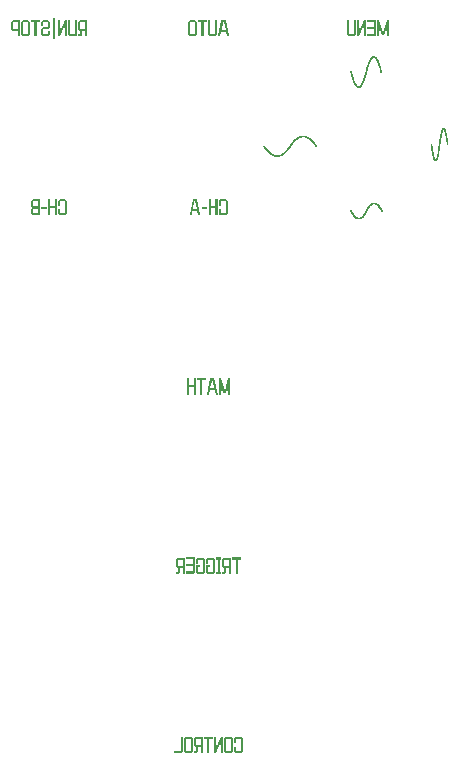
<source format=gbo>
G04*
G04 #@! TF.GenerationSoftware,Altium Limited,Altium Designer,22.0.2 (36)*
G04*
G04 Layer_Color=32896*
%FSLAX25Y25*%
%MOIN*%
G70*
G04*
G04 #@! TF.SameCoordinates,9B726C29-AE44-4639-9992-66E433AB5CB2*
G04*
G04*
G04 #@! TF.FilePolarity,Positive*
G04*
G01*
G75*
%ADD13C,0.00080*%
%ADD14C,0.00076*%
%ADD15C,0.00065*%
%ADD16C,0.00077*%
G36*
X45383Y-69374D02*
X44703D01*
Y-65456D01*
X42992Y-69374D01*
X42361D01*
Y-64016D01*
X43041D01*
Y-67811D01*
X44691Y-64016D01*
X45383D01*
Y-69374D01*
D02*
G37*
G36*
X48739Y-68818D02*
X48195Y-69368D01*
X46323D01*
X45785Y-68818D01*
Y-64004D01*
X46465D01*
Y-68688D01*
X48059D01*
Y-64004D01*
X48739D01*
Y-68818D01*
D02*
G37*
G36*
X52088Y-69368D02*
X51409D01*
Y-67409D01*
X50476D01*
Y-68830D01*
X49932Y-69374D01*
X49147D01*
Y-68694D01*
X49796D01*
Y-67409D01*
X49697D01*
X49147Y-66878D01*
Y-64572D01*
X49691Y-64022D01*
X52088D01*
Y-69368D01*
D02*
G37*
G36*
X36323Y-64696D02*
X35180D01*
Y-69368D01*
X34500D01*
Y-64696D01*
X33369D01*
Y-64016D01*
X36323D01*
Y-64696D01*
D02*
G37*
G36*
X39673Y-64443D02*
Y-66494D01*
X39129Y-67026D01*
X37399D01*
Y-68701D01*
X38993D01*
Y-67588D01*
X39673D01*
Y-68830D01*
X39129Y-69380D01*
X37257D01*
X36719Y-68830D01*
Y-66896D01*
X37257Y-66352D01*
X38993D01*
Y-64572D01*
X37399D01*
Y-65759D01*
X36719D01*
Y-64443D01*
X37257Y-63893D01*
X39141D01*
X39673Y-64443D01*
D02*
G37*
G36*
X32961Y-64554D02*
Y-68830D01*
X32418Y-69380D01*
X30545D01*
X30007Y-68830D01*
Y-64554D01*
X30545Y-64004D01*
X32430D01*
X32961Y-64554D01*
D02*
G37*
G36*
X29606Y-69387D02*
X28932D01*
Y-67551D01*
X27196D01*
X26652Y-67007D01*
Y-64578D01*
X27189Y-64029D01*
X29606D01*
Y-69387D01*
D02*
G37*
G36*
X41385Y-70079D02*
X40686D01*
Y-63281D01*
X41385D01*
Y-70079D01*
D02*
G37*
G36*
X42040Y-129047D02*
X41360D01*
Y-126507D01*
X39759D01*
Y-129047D01*
X39080D01*
Y-123677D01*
X39759D01*
Y-125827D01*
X41360D01*
Y-123677D01*
X42040D01*
Y-129047D01*
D02*
G37*
G36*
X38690Y-126828D02*
X36713D01*
Y-126118D01*
X38690D01*
Y-126828D01*
D02*
G37*
G36*
X45383Y-124239D02*
Y-128503D01*
X44839Y-129053D01*
X42979D01*
X42429Y-128503D01*
Y-127051D01*
X43109D01*
Y-128373D01*
X44703D01*
Y-124369D01*
X43109D01*
Y-125771D01*
X42429D01*
Y-124239D01*
X42979Y-123689D01*
X44839D01*
X45383Y-124239D01*
D02*
G37*
G36*
X36305Y-129053D02*
X33895D01*
X33357Y-128503D01*
Y-126736D01*
X33697Y-126402D01*
X33357Y-126056D01*
Y-124239D01*
X33895Y-123695D01*
X36305D01*
Y-129053D01*
D02*
G37*
G36*
X97383Y-308100D02*
X96703D01*
Y-304182D01*
X94992Y-308100D01*
X94361D01*
Y-302742D01*
X95041D01*
Y-306537D01*
X96691Y-302742D01*
X97383D01*
Y-308100D01*
D02*
G37*
G36*
X104095Y-303292D02*
Y-307556D01*
X103551Y-308106D01*
X101691D01*
X101141Y-307556D01*
Y-306104D01*
X101821D01*
Y-307427D01*
X103415D01*
Y-303422D01*
X101821D01*
Y-304825D01*
X101141D01*
Y-303292D01*
X101691Y-302742D01*
X103551D01*
X104095Y-303292D01*
D02*
G37*
G36*
X93960Y-303422D02*
X92816D01*
Y-308094D01*
X92137D01*
Y-303422D01*
X91006D01*
Y-302742D01*
X93960D01*
Y-303422D01*
D02*
G37*
G36*
X90598Y-308094D02*
X89918D01*
Y-306135D01*
X88985D01*
Y-307556D01*
X88441Y-308100D01*
X87656D01*
Y-307420D01*
X88305D01*
Y-306135D01*
X88206D01*
X87656Y-305603D01*
Y-303298D01*
X88200Y-302748D01*
X90598D01*
Y-308094D01*
D02*
G37*
G36*
X100739Y-303280D02*
Y-307556D01*
X100195Y-308106D01*
X98323D01*
X97785Y-307556D01*
Y-303280D01*
X98323Y-302730D01*
X100208D01*
X100739Y-303280D01*
D02*
G37*
G36*
X87248D02*
Y-307556D01*
X86704Y-308106D01*
X84832D01*
X84294Y-307556D01*
Y-303280D01*
X84832Y-302730D01*
X86717D01*
X87248Y-303280D01*
D02*
G37*
G36*
X83886Y-307556D02*
X83349Y-308106D01*
X80945D01*
Y-307427D01*
X83206D01*
Y-302742D01*
X83886D01*
Y-307556D01*
D02*
G37*
G36*
X145054Y-69365D02*
X144375D01*
Y-65447D01*
X142663Y-69365D01*
X142032D01*
Y-64007D01*
X142712D01*
Y-67801D01*
X144362Y-64007D01*
X145054D01*
Y-69365D01*
D02*
G37*
G36*
X152668Y-69359D02*
X151995D01*
Y-66108D01*
X151111Y-68895D01*
X150301D01*
X149485Y-66127D01*
Y-69359D01*
X148812D01*
Y-64013D01*
X149498D01*
X150715Y-68123D01*
X151995Y-64013D01*
X152668D01*
Y-69359D01*
D02*
G37*
G36*
X141624Y-68809D02*
X141081Y-69359D01*
X139208D01*
X138670Y-68809D01*
Y-63994D01*
X139350D01*
Y-68679D01*
X140945D01*
Y-63994D01*
X141624D01*
Y-68809D01*
D02*
G37*
G36*
X148410Y-68803D02*
X147872Y-69353D01*
X145462D01*
Y-68673D01*
X147737D01*
Y-66949D01*
X145462D01*
Y-66269D01*
X147737D01*
Y-64674D01*
X145462D01*
Y-63994D01*
X148410D01*
Y-68803D01*
D02*
G37*
G36*
X95338Y-68806D02*
X94794Y-69356D01*
X92921D01*
X92384Y-68806D01*
Y-63991D01*
X93063D01*
Y-68676D01*
X94658D01*
Y-63991D01*
X95338D01*
Y-68806D01*
D02*
G37*
G36*
X91988Y-64684D02*
X90845D01*
Y-69356D01*
X90165D01*
Y-64684D01*
X89034D01*
Y-64004D01*
X91988D01*
Y-64684D01*
D02*
G37*
G36*
X99367Y-69362D02*
X98669D01*
X98378Y-67934D01*
X96716D01*
X96425Y-69362D01*
X95733D01*
X96821Y-64010D01*
X98298D01*
X99367Y-69362D01*
D02*
G37*
G36*
X88626Y-64542D02*
Y-68818D01*
X88082Y-69368D01*
X86210D01*
X85672Y-68818D01*
Y-64542D01*
X86210Y-63991D01*
X88095D01*
X88626Y-64542D01*
D02*
G37*
G36*
X94596Y-243613D02*
Y-247884D01*
X94059Y-248421D01*
X92186D01*
X91648Y-247871D01*
Y-245671D01*
X93094D01*
Y-246351D01*
X92322D01*
Y-247742D01*
X93916D01*
Y-243743D01*
X92322D01*
Y-245072D01*
X91648D01*
Y-243613D01*
X92186Y-243063D01*
X94059D01*
X94596Y-243613D01*
D02*
G37*
G36*
X91240D02*
Y-247884D01*
X90703Y-248421D01*
X88830D01*
X88293Y-247871D01*
Y-245671D01*
X89739D01*
Y-246351D01*
X88966D01*
Y-247742D01*
X90561D01*
Y-243743D01*
X88966D01*
Y-245072D01*
X88293D01*
Y-243613D01*
X88830Y-243063D01*
X90703D01*
X91240Y-243613D01*
D02*
G37*
G36*
X87891Y-247853D02*
X87353Y-248403D01*
X84943D01*
Y-247723D01*
X87217D01*
Y-245999D01*
X84943D01*
Y-245319D01*
X87217D01*
Y-243724D01*
X84943D01*
Y-243045D01*
X87891D01*
Y-247853D01*
D02*
G37*
G36*
X103446Y-243737D02*
X102303D01*
Y-248409D01*
X101623D01*
Y-243737D01*
X100492D01*
Y-243057D01*
X103446D01*
Y-243737D01*
D02*
G37*
G36*
X100084Y-248409D02*
X99404D01*
Y-246450D01*
X98471D01*
Y-247871D01*
X97927Y-248415D01*
X97142D01*
Y-247735D01*
X97791D01*
Y-246450D01*
X97692D01*
X97142Y-245918D01*
Y-243613D01*
X97686Y-243063D01*
X100084D01*
Y-248409D01*
D02*
G37*
G36*
X84535D02*
X83855D01*
Y-246450D01*
X82922D01*
Y-247871D01*
X82378Y-248415D01*
X81593D01*
Y-247735D01*
X82242D01*
Y-246450D01*
X82143D01*
X81593Y-245918D01*
Y-243613D01*
X82137Y-243063D01*
X84535D01*
Y-248409D01*
D02*
G37*
G36*
X96734Y-243737D02*
X96215D01*
Y-247742D01*
X96734D01*
Y-248421D01*
X95004D01*
Y-247742D01*
X95535D01*
Y-243737D01*
X95004D01*
Y-243057D01*
X96734D01*
Y-243737D01*
D02*
G37*
G36*
X88197Y-188736D02*
X87517D01*
Y-186196D01*
X85916D01*
Y-188736D01*
X85237D01*
Y-183366D01*
X85916D01*
Y-185516D01*
X87517D01*
Y-183366D01*
X88197D01*
Y-188736D01*
D02*
G37*
G36*
X99803Y-188730D02*
X99129D01*
Y-185479D01*
X98246Y-188267D01*
X97436D01*
X96620Y-185498D01*
Y-188730D01*
X95947D01*
Y-183384D01*
X96632D01*
X97850Y-187494D01*
X99129Y-183384D01*
X99803D01*
Y-188730D01*
D02*
G37*
G36*
X91546Y-184058D02*
X90403D01*
Y-188730D01*
X89723D01*
Y-184058D01*
X88592D01*
Y-183378D01*
X91546D01*
Y-184058D01*
D02*
G37*
G36*
X95569Y-188736D02*
X94871D01*
X94581Y-187309D01*
X92918D01*
X92628Y-188736D01*
X91936D01*
X93023Y-183384D01*
X94500D01*
X95569Y-188736D01*
D02*
G37*
G36*
X95517Y-129045D02*
X94837D01*
Y-126505D01*
X93237D01*
Y-129045D01*
X92557D01*
Y-123675D01*
X93237D01*
Y-125825D01*
X94837D01*
Y-123675D01*
X95517D01*
Y-129045D01*
D02*
G37*
G36*
X92167Y-126826D02*
X90190D01*
Y-126116D01*
X92167D01*
Y-126826D01*
D02*
G37*
G36*
X98860Y-124237D02*
Y-128501D01*
X98317Y-129051D01*
X96456D01*
X95906Y-128501D01*
Y-127049D01*
X96586D01*
Y-128371D01*
X98181D01*
Y-124367D01*
X96586D01*
Y-125770D01*
X95906D01*
Y-124237D01*
X96456Y-123687D01*
X98317D01*
X98860Y-124237D01*
D02*
G37*
G36*
X89813Y-129045D02*
X89114D01*
X88824Y-127617D01*
X87162D01*
X86871Y-129045D01*
X86179D01*
X87267Y-123693D01*
X88744D01*
X89813Y-129045D01*
D02*
G37*
%LPC*%
G36*
X51409Y-64702D02*
X49827D01*
Y-66735D01*
X51409D01*
Y-64702D01*
D02*
G37*
G36*
X32282Y-64684D02*
X30687D01*
Y-68701D01*
X32282D01*
Y-64684D01*
D02*
G37*
G36*
X28926Y-64708D02*
X27325D01*
X27332Y-66871D01*
X28926D01*
Y-64708D01*
D02*
G37*
G36*
X35625Y-124375D02*
X34031D01*
X34037Y-126056D01*
X35625D01*
Y-124375D01*
D02*
G37*
G36*
Y-126736D02*
X34031D01*
Y-128373D01*
X35625D01*
Y-126736D01*
D02*
G37*
G36*
X89918Y-303428D02*
X88336D01*
Y-305461D01*
X89918D01*
Y-303428D01*
D02*
G37*
G36*
X100059Y-303410D02*
X98465D01*
Y-307427D01*
X100059D01*
Y-303410D01*
D02*
G37*
G36*
X86568D02*
X84974D01*
Y-307427D01*
X86568D01*
Y-303410D01*
D02*
G37*
G36*
X97729Y-64690D02*
X97390D01*
X96858Y-67261D01*
X98242D01*
X97729Y-64690D01*
D02*
G37*
G36*
X87946Y-64671D02*
X86352D01*
Y-68688D01*
X87946D01*
Y-64671D01*
D02*
G37*
G36*
X99404Y-243743D02*
X97822D01*
Y-245776D01*
X99404D01*
Y-243743D01*
D02*
G37*
G36*
X83855D02*
X82273D01*
Y-245776D01*
X83855D01*
Y-243743D01*
D02*
G37*
G36*
X93932Y-184064D02*
X93592D01*
X93060Y-186635D01*
X94445D01*
X93932Y-184064D01*
D02*
G37*
G36*
X88175Y-124373D02*
X87835D01*
X87304Y-126944D01*
X88688D01*
X88175Y-124373D01*
D02*
G37*
%LPD*%
D13*
X170850Y-100128D02*
X171090D01*
X170770Y-100048D02*
X171090D01*
X170529Y-99888D02*
X170930D01*
X170449Y-99968D02*
X171010D01*
X170369Y-100048D02*
X170689D01*
X170369Y-100128D02*
X170609D01*
X170930Y-100209D02*
X171171D01*
X170289D02*
X170529D01*
X170289Y-100289D02*
X170529D01*
X170930D02*
X171171D01*
X170208Y-100369D02*
X170449D01*
X171010D02*
X171251D01*
X170208Y-100449D02*
X170449D01*
X171010D02*
X171251D01*
X170128Y-100530D02*
X170369D01*
X171090D02*
X171331D01*
X170128Y-100610D02*
X170369D01*
X171090D02*
X171331D01*
X171090Y-100690D02*
X171331D01*
X170128D02*
X170369D01*
X170048Y-100770D02*
X170289D01*
X171171D02*
X171411D01*
X171171Y-100850D02*
X171411D01*
X171171Y-100931D02*
X171411D01*
X171251Y-101011D02*
X171411D01*
X171251Y-101091D02*
X171492D01*
X171251Y-101171D02*
X171492D01*
X171251Y-101251D02*
X171492D01*
X171331Y-101332D02*
X171492D01*
X171331Y-101412D02*
X171572D01*
X171331Y-101492D02*
X171572D01*
X171331Y-101572D02*
X171572D01*
X171411Y-101652D02*
X171572D01*
X171411Y-101733D02*
X171652D01*
X171411Y-101813D02*
X171652D01*
X171411Y-101893D02*
X171652D01*
X171411Y-101973D02*
X171652D01*
X171492Y-102053D02*
X171652D01*
X171492Y-102134D02*
X171732D01*
X171492Y-102214D02*
X171732D01*
X171492Y-102294D02*
X171732D01*
X171492Y-102374D02*
X171732D01*
X171572Y-102454D02*
X171732D01*
X171572Y-102535D02*
X171732D01*
X171572Y-102615D02*
X171812D01*
X171572Y-102695D02*
X171812D01*
X171572Y-102775D02*
X171812D01*
X171572Y-102856D02*
X171812D01*
X171652Y-102936D02*
X171812D01*
X171652Y-103016D02*
X171812D01*
X171652Y-103096D02*
X171893D01*
X171652Y-103176D02*
X171893D01*
X171652Y-103256D02*
X171893D01*
X171652Y-103337D02*
X171893D01*
X170048Y-100850D02*
X170289D01*
X170048Y-100931D02*
X170289D01*
X170048Y-101011D02*
X170208D01*
X169968Y-101091D02*
X170208D01*
X169968Y-101171D02*
X170208D01*
X169968Y-101251D02*
X170208D01*
X169968Y-101332D02*
X170128D01*
X169887Y-101412D02*
X170128D01*
X169887Y-101492D02*
X170128D01*
X169887Y-101572D02*
X170128D01*
X169887Y-101652D02*
X170048D01*
X169807Y-101733D02*
X170048D01*
X169807Y-101813D02*
X170048D01*
X169807Y-101893D02*
X170048D01*
X169807Y-101973D02*
X170048D01*
X169807Y-102053D02*
X169968D01*
X169727Y-102134D02*
X169968D01*
X169727Y-102214D02*
X169968D01*
X169727Y-102294D02*
X169968D01*
X169727Y-102374D02*
X169968D01*
X169727Y-102454D02*
X169887D01*
X169727Y-102535D02*
X169887D01*
X169647Y-102615D02*
X169887D01*
X169647Y-102695D02*
X169887D01*
X169647Y-102775D02*
X169887D01*
X169647Y-102856D02*
X169887D01*
X169647Y-102936D02*
X169807D01*
X169647Y-103016D02*
X169807D01*
X169567Y-103096D02*
X169807D01*
X169567Y-103176D02*
X169807D01*
X169567Y-103256D02*
X169807D01*
X169567Y-103337D02*
X169807D01*
X171893Y-104460D02*
X172053D01*
X171893Y-104540D02*
X172053D01*
X171893Y-104620D02*
X172053D01*
X171812Y-104139D02*
X172053D01*
X171812Y-104219D02*
X172053D01*
X171812Y-104299D02*
X172053D01*
X171812Y-104379D02*
X172053D01*
X171812Y-104059D02*
X171973D01*
X171812Y-103898D02*
X171973D01*
X171812Y-103978D02*
X171973D01*
X171732Y-103738D02*
X171973D01*
X171732Y-103818D02*
X171973D01*
X171732Y-103577D02*
X171973D01*
X171732Y-103657D02*
X171973D01*
X171732Y-103417D02*
X171893D01*
X171732Y-103497D02*
X171893D01*
X169567Y-103417D02*
X169727D01*
X169567Y-103497D02*
X169727D01*
X169486Y-103738D02*
X169727D01*
X169486Y-103577D02*
X169727D01*
X169486Y-103657D02*
X169727D01*
X169486Y-103818D02*
X169727D01*
X169486Y-104059D02*
X169647D01*
X169486Y-103978D02*
X169647D01*
X169486Y-103898D02*
X169647D01*
X169406Y-104139D02*
X169647D01*
X169406Y-104219D02*
X169647D01*
X169406Y-104299D02*
X169647D01*
X169406Y-104379D02*
X169647D01*
X169406Y-104460D02*
X169567D01*
X169406Y-104540D02*
X169567D01*
X169406Y-104620D02*
X169567D01*
X171973Y-105262D02*
X172133D01*
X171973Y-105101D02*
X172133D01*
X171973Y-105181D02*
X172133D01*
X171973Y-105342D02*
X172133D01*
X171893Y-104700D02*
X172133D01*
X171893Y-104780D02*
X172133D01*
X171893Y-104861D02*
X172133D01*
X171893Y-104941D02*
X172133D01*
X171893Y-105021D02*
X172133D01*
X169326Y-104700D02*
X169567D01*
X169326Y-104780D02*
X169567D01*
X169326Y-104861D02*
X169567D01*
X169326Y-104941D02*
X169567D01*
X169326Y-105021D02*
X169567D01*
X169326Y-105262D02*
X169486D01*
X169326Y-105181D02*
X169486D01*
X169326Y-105101D02*
X169486D01*
X169246Y-105342D02*
X169486D01*
X169246Y-105422D02*
X169486D01*
X169246Y-105663D02*
X169486D01*
X169246Y-105582D02*
X169486D01*
X169246Y-105502D02*
X169486D01*
X169246Y-105903D02*
X169406D01*
X169246Y-105743D02*
X169406D01*
X169246Y-105823D02*
X169406D01*
X169166Y-106064D02*
X169406D01*
X169166Y-106144D02*
X169406D01*
X169166Y-106224D02*
X169406D01*
X169166Y-105983D02*
X169406D01*
X169166Y-106385D02*
X169326D01*
X169166Y-106465D02*
X169326D01*
X169166Y-106304D02*
X169326D01*
X169085Y-106705D02*
X169326D01*
X169085Y-106625D02*
X169326D01*
X169085Y-106545D02*
X169326D01*
X169085Y-106786D02*
X169326D01*
X169085Y-106866D02*
X169246D01*
X169085Y-106946D02*
X169246D01*
X169005Y-107026D02*
X169246D01*
X166840Y-106866D02*
X167080D01*
X166840Y-106946D02*
X167080D01*
X166840Y-107026D02*
X167080D01*
X166840Y-106705D02*
X167000D01*
X166840Y-106786D02*
X167000D01*
X166759Y-106545D02*
X167000D01*
X166759Y-106625D02*
X167000D01*
X166759Y-106465D02*
X167000D01*
X166759Y-106304D02*
X167000D01*
X166759Y-106385D02*
X167000D01*
X166759Y-106144D02*
X166920D01*
X166759Y-106064D02*
X166920D01*
X166759Y-106224D02*
X166920D01*
X166679Y-105823D02*
X166920D01*
X166679Y-105743D02*
X166920D01*
X166679Y-105903D02*
X166920D01*
X166679Y-105983D02*
X166920D01*
X166679Y-105663D02*
X166840D01*
X166679Y-105502D02*
X166840D01*
X166679Y-105582D02*
X166840D01*
X166679Y-105181D02*
X166759D01*
X166599Y-105422D02*
X166840D01*
X166599Y-105342D02*
X166840D01*
X166599Y-105262D02*
X166840D01*
X169005Y-107106D02*
X169246D01*
X169005Y-107187D02*
X169246D01*
X169005Y-107267D02*
X169246D01*
X169005Y-107347D02*
X169246D01*
X169005Y-107427D02*
X169166D01*
X169005Y-107507D02*
X169166D01*
X168925Y-107588D02*
X169166D01*
X168925Y-107668D02*
X169166D01*
X168925Y-107748D02*
X169166D01*
X168925Y-107828D02*
X169166D01*
X168925Y-107908D02*
X169085D01*
X168925Y-107989D02*
X169085D01*
X168845Y-108069D02*
X169085D01*
X168845Y-108149D02*
X169085D01*
X168845Y-108229D02*
X169085D01*
X168845Y-108309D02*
X169005D01*
X167080D02*
X167321D01*
X167080Y-108149D02*
X167241D01*
X167080Y-108229D02*
X167241D01*
X167000Y-107908D02*
X167241D01*
X167000Y-107989D02*
X167241D01*
X167000Y-108069D02*
X167241D01*
X167000Y-107748D02*
X167160D01*
X167000Y-107828D02*
X167160D01*
X166920Y-107427D02*
X167160D01*
X166920Y-107507D02*
X167160D01*
X166920Y-107588D02*
X167160D01*
X166920Y-107668D02*
X167160D01*
X166920Y-107187D02*
X167080D01*
X166920Y-107267D02*
X167080D01*
X166920Y-107347D02*
X167080D01*
X166840Y-107106D02*
X167080D01*
X168845Y-108390D02*
X169005D01*
X168764Y-108711D02*
X169005D01*
X168764Y-108470D02*
X169005D01*
X168764Y-108550D02*
X169005D01*
X168764Y-108630D02*
X169005D01*
X168764Y-108791D02*
X168925D01*
X168684Y-109031D02*
X168925D01*
X168684Y-108951D02*
X168925D01*
X168684Y-108871D02*
X168925D01*
X168684Y-109111D02*
X168845D01*
X168604Y-109272D02*
X168845D01*
X168604Y-109192D02*
X168845D01*
X168604Y-109352D02*
X168845D01*
X168604Y-109432D02*
X168764D01*
X168524Y-109513D02*
X168764D01*
X168524Y-109593D02*
X168764D01*
X167321Y-109432D02*
X167561D01*
X167321Y-109513D02*
X167561D01*
X167321Y-109593D02*
X167561D01*
X167321Y-109352D02*
X167481D01*
X167241Y-109192D02*
X167481D01*
X167241Y-109272D02*
X167481D01*
X167241Y-109111D02*
X167481D01*
X167241Y-109031D02*
X167401D01*
X167160Y-108951D02*
X167401D01*
X167160Y-108711D02*
X167401D01*
X167160Y-108791D02*
X167401D01*
X167160Y-108871D02*
X167401D01*
X167160Y-108630D02*
X167321D01*
X167080Y-108470D02*
X167321D01*
X167080Y-108390D02*
X167321D01*
X167080Y-108550D02*
X167321D01*
X168524Y-109673D02*
X168764D01*
X168444Y-109753D02*
X168684D01*
X168444Y-109833D02*
X168684D01*
X168444Y-109914D02*
X168684D01*
X168363Y-109994D02*
X168604D01*
X168363Y-110074D02*
X168604D01*
X168363Y-110154D02*
X168604D01*
X168283Y-110234D02*
X168524D01*
X168203Y-110315D02*
X168524D01*
X168203Y-110395D02*
X168444D01*
X168123Y-110475D02*
X168444D01*
X167722Y-110555D02*
X168363D01*
X167963Y-110716D02*
X168123D01*
X167802Y-110635D02*
X168283D01*
X167722Y-110475D02*
X167963D01*
X167642Y-110395D02*
X167963D01*
X167642Y-110315D02*
X167882D01*
X167561Y-110154D02*
X167802D01*
X167561Y-110234D02*
X167802D01*
X167481Y-109914D02*
X167722D01*
X167481Y-109994D02*
X167722D01*
X167481Y-110074D02*
X167722D01*
X167401Y-109673D02*
X167642D01*
X167401Y-109753D02*
X167642D01*
X167401Y-109833D02*
X167642D01*
D14*
X149842Y-81005D02*
X150069D01*
X149842Y-81080D02*
X150069D01*
X149917Y-81156D02*
X149993D01*
X149842Y-80929D02*
X149993D01*
X149766Y-80702D02*
X149993D01*
X149766Y-80778D02*
X149993D01*
X149766Y-80853D02*
X149993D01*
X149766Y-80626D02*
X149917D01*
X149690Y-80399D02*
X149917D01*
X149690Y-80475D02*
X149917D01*
X149690Y-80551D02*
X149917D01*
X149615Y-80324D02*
X149842D01*
X149615Y-80172D02*
X149842D01*
X149615Y-80248D02*
X149842D01*
X149615Y-80097D02*
X149766D01*
X149539Y-79870D02*
X149766D01*
X148707Y-77525D02*
X148934D01*
X148783Y-77676D02*
X149010D01*
X148783Y-77752D02*
X149010D01*
X148783Y-77827D02*
X149085D01*
X148858Y-77903D02*
X149085D01*
X148858Y-77978D02*
X149085D01*
X148934Y-78054D02*
X149161D01*
X148934Y-78130D02*
X149161D01*
X148934Y-78206D02*
X149161D01*
X149010Y-78281D02*
X149236D01*
X149010Y-78357D02*
X149236D01*
X149085Y-78432D02*
X149312D01*
X149085Y-78508D02*
X149312D01*
X149085Y-78584D02*
X149312D01*
X149161Y-78659D02*
X149388D01*
X149161Y-78735D02*
X149388D01*
X149161Y-78811D02*
X149388D01*
X149236Y-78886D02*
X149463D01*
X149236Y-78962D02*
X149463D01*
X149236Y-79038D02*
X149463D01*
X149312Y-79113D02*
X149539D01*
X149312Y-79189D02*
X149539D01*
X149312Y-79265D02*
X149539D01*
X149388Y-79340D02*
X149615D01*
X149388Y-79416D02*
X149615D01*
X149388Y-79492D02*
X149615D01*
X149463Y-79567D02*
X149615D01*
X149463Y-79643D02*
X149690D01*
X149463Y-79719D02*
X149690D01*
X149539Y-79794D02*
X149690D01*
X149539Y-79945D02*
X149766D01*
X149539Y-80021D02*
X149766D01*
X148480Y-77071D02*
X148707D01*
X148480Y-77146D02*
X148707D01*
X148404Y-76995D02*
X148631D01*
X148329Y-76919D02*
X148631D01*
X148329Y-76844D02*
X148556D01*
X148253Y-76768D02*
X148556D01*
X148177Y-76692D02*
X148480D01*
X148177Y-76617D02*
X148404D01*
X148102Y-76541D02*
X148329D01*
X148026Y-76465D02*
X148329D01*
X147950Y-76390D02*
X148253D01*
X147875Y-76314D02*
X148177D01*
X147723Y-76239D02*
X148102D01*
X147572Y-76163D02*
X148026D01*
X147118Y-76012D02*
X147723D01*
X146967Y-76087D02*
X147875D01*
X146891Y-76163D02*
X147269D01*
X146740Y-76239D02*
X147118D01*
X146664Y-76314D02*
X147043D01*
X146664Y-76390D02*
X146967D01*
X146589Y-76465D02*
X146891D01*
X146513Y-76541D02*
X146816D01*
X146437Y-76617D02*
X146740D01*
X146362Y-76692D02*
X146664D01*
X146362Y-76768D02*
X146589D01*
X146286Y-76844D02*
X146589D01*
X146286Y-76919D02*
X146513D01*
X146210Y-76995D02*
X146437D01*
X146135Y-77071D02*
X146437D01*
X146135Y-77146D02*
X146362D01*
X148707Y-77600D02*
X148934D01*
X148631Y-77373D02*
X148858D01*
X148631Y-77449D02*
X148858D01*
X148556Y-77222D02*
X148783D01*
X148556Y-77298D02*
X148783D01*
X146059Y-77222D02*
X146362D01*
X146059Y-77298D02*
X146286D01*
X145984Y-77373D02*
X146286D01*
X145984Y-77449D02*
X146210D01*
X145984Y-77525D02*
X146210D01*
X145908Y-77600D02*
X146135D01*
X145908Y-77676D02*
X146135D01*
X145832Y-77827D02*
X146059D01*
X145832Y-77752D02*
X146059D01*
X145756Y-77978D02*
X145984D01*
X145756Y-78054D02*
X145984D01*
X145756Y-77903D02*
X145984D01*
X145681Y-78206D02*
X145908D01*
X145681Y-78130D02*
X145908D01*
X145605Y-78281D02*
X145832D01*
X145605Y-78357D02*
X145832D01*
X145605Y-78432D02*
X145832D01*
X145530Y-78659D02*
X145756D01*
X145530Y-78584D02*
X145756D01*
X145530Y-78508D02*
X145756D01*
X145454Y-78811D02*
X145681D01*
X145454Y-78886D02*
X145681D01*
X145454Y-78735D02*
X145681D01*
X145378Y-79038D02*
X145605D01*
X145378Y-79113D02*
X145605D01*
X145378Y-78962D02*
X145605D01*
X145303Y-79189D02*
X145530D01*
X145303Y-79265D02*
X145530D01*
X145303Y-79340D02*
X145530D01*
X145303Y-79416D02*
X145454D01*
X145227Y-79567D02*
X145454D01*
X145227Y-79492D02*
X145454D01*
X145227Y-79643D02*
X145378D01*
X145151Y-79794D02*
X145378D01*
X145151Y-79870D02*
X145378D01*
X145151Y-79719D02*
X145378D01*
X145076Y-80097D02*
X145303D01*
X145076Y-79945D02*
X145303D01*
X145076Y-80021D02*
X145303D01*
X145076Y-80172D02*
X145227D01*
X145000Y-80248D02*
X145227D01*
X145000Y-80324D02*
X145227D01*
X145000Y-80399D02*
X145227D01*
X145000Y-80475D02*
X145151D01*
X144924Y-80702D02*
X145151D01*
X144924Y-80551D02*
X145151D01*
X144924Y-80626D02*
X145151D01*
X144849Y-80778D02*
X145076D01*
X144849Y-80853D02*
X145076D01*
X144849Y-80929D02*
X145076D01*
X144849Y-81005D02*
X145076D01*
X144773Y-81080D02*
X145000D01*
X139780D02*
X140007D01*
X139780Y-81005D02*
X139931D01*
X144773Y-81156D02*
X145000D01*
X144773Y-81231D02*
X145000D01*
X144773Y-81307D02*
X145000D01*
X144697Y-81458D02*
X144924D01*
X144697Y-81383D02*
X144924D01*
X144697Y-81534D02*
X144924D01*
X144697Y-81610D02*
X144849D01*
X144622Y-81685D02*
X144849D01*
X144622Y-81761D02*
X144849D01*
X144622Y-81837D02*
X144849D01*
X144622Y-81912D02*
X144773D01*
X144546Y-81988D02*
X144773D01*
X144546Y-82064D02*
X144773D01*
X144546Y-82139D02*
X144773D01*
X144471Y-82215D02*
X144697D01*
X144471Y-82291D02*
X144697D01*
X140083Y-82215D02*
X140310D01*
X140083Y-82291D02*
X140310D01*
X140007Y-81988D02*
X140234D01*
X140007Y-82064D02*
X140234D01*
X140007Y-82139D02*
X140234D01*
X140007Y-81912D02*
X140158D01*
X139931Y-81685D02*
X140158D01*
X139931Y-81761D02*
X140158D01*
X139931Y-81837D02*
X140158D01*
X139931Y-81610D02*
X140083D01*
X139856Y-81534D02*
X140083D01*
X139856Y-81383D02*
X140083D01*
X139856Y-81458D02*
X140083D01*
X139856Y-81307D02*
X140007D01*
X139780Y-81156D02*
X140007D01*
X139780Y-81231D02*
X140007D01*
X144471Y-82366D02*
X144697D01*
X144471Y-82442D02*
X144622D01*
X144395Y-82517D02*
X144622D01*
X144395Y-82593D02*
X144622D01*
X144395Y-82669D02*
X144622D01*
X144319Y-82820D02*
X144546D01*
X144319Y-82896D02*
X144546D01*
X144319Y-82744D02*
X144546D01*
X144244Y-82971D02*
X144471D01*
X144244Y-83047D02*
X144471D01*
X144244Y-83123D02*
X144471D01*
X144168Y-83274D02*
X144395D01*
X144168Y-83198D02*
X144395D01*
X144168Y-83350D02*
X144395D01*
X144092Y-83425D02*
X144319D01*
X144092Y-83501D02*
X144319D01*
X144092Y-83577D02*
X144319D01*
X144017Y-83652D02*
X144244D01*
X144017Y-83728D02*
X144244D01*
X144017Y-83804D02*
X144244D01*
X143941Y-83879D02*
X144168D01*
X143941Y-83955D02*
X144168D01*
X143941Y-84030D02*
X144168D01*
X143865Y-84106D02*
X144092D01*
X143865Y-84182D02*
X144092D01*
X143790Y-84258D02*
X144017D01*
X143790Y-84333D02*
X144017D01*
X143714Y-84409D02*
X144017D01*
X143714Y-84484D02*
X143941D01*
X143714Y-84560D02*
X143941D01*
X143638Y-84636D02*
X143865D01*
X143638Y-84711D02*
X143865D01*
X143563Y-84787D02*
X143790D01*
X143563Y-84863D02*
X143790D01*
X143487Y-84938D02*
X143714D01*
X143487Y-85014D02*
X143714D01*
X143411Y-85090D02*
X143638D01*
X143336Y-85165D02*
X143638D01*
X143336Y-85241D02*
X143563D01*
X143260Y-85317D02*
X143563D01*
X143260Y-85392D02*
X143487D01*
X143184Y-85468D02*
X143411D01*
X143109Y-85544D02*
X143411D01*
X143033Y-85619D02*
X143336D01*
X142957Y-85695D02*
X143260D01*
X142882Y-85770D02*
X143184D01*
X142806Y-85846D02*
X143109D01*
X142730Y-85922D02*
X143033D01*
X142579Y-85997D02*
X142957D01*
X142277Y-86224D02*
X142504D01*
X141898Y-86073D02*
X142882D01*
X142050Y-86149D02*
X142730D01*
X141823Y-85997D02*
X142201D01*
X141747Y-85922D02*
X142050D01*
X141671Y-85846D02*
X141974D01*
X141596Y-85770D02*
X141898D01*
X141520Y-85695D02*
X141823D01*
X141445Y-85619D02*
X141747D01*
X141369Y-85544D02*
X141671D01*
X141369Y-85468D02*
X141596D01*
X141293Y-85392D02*
X141520D01*
X141218Y-85317D02*
X141520D01*
X141218Y-85241D02*
X141445D01*
X141142Y-85165D02*
X141445D01*
X140915Y-84636D02*
X141142D01*
X140915Y-84711D02*
X141142D01*
X140839Y-84484D02*
X141066D01*
X140839Y-84560D02*
X141066D01*
X140764Y-84409D02*
X141066D01*
X140764Y-84258D02*
X140991D01*
X140764Y-84333D02*
X140991D01*
X140688Y-84106D02*
X140915D01*
X140688Y-84182D02*
X140915D01*
X140612Y-83879D02*
X140839D01*
X140612Y-83955D02*
X140839D01*
X140612Y-84030D02*
X140839D01*
X140537Y-83652D02*
X140764D01*
X140537Y-83728D02*
X140764D01*
X140537Y-83804D02*
X140764D01*
X140461Y-83425D02*
X140688D01*
X140461Y-83501D02*
X140688D01*
X140461Y-83577D02*
X140688D01*
X140385Y-83198D02*
X140612D01*
X140385Y-83274D02*
X140612D01*
X140385Y-83350D02*
X140612D01*
X140310Y-83047D02*
X140537D01*
X140310Y-83123D02*
X140537D01*
X140310Y-82971D02*
X140537D01*
X140234Y-82896D02*
X140461D01*
X140234Y-82820D02*
X140461D01*
X140234Y-82744D02*
X140461D01*
X140158Y-82669D02*
X140385D01*
X140158Y-82593D02*
X140385D01*
X140158Y-82517D02*
X140385D01*
X140158Y-82442D02*
X140310D01*
X140083Y-82366D02*
X140310D01*
X141142Y-85090D02*
X141369D01*
X141066Y-84938D02*
X141293D01*
X141066Y-85014D02*
X141293D01*
X140991Y-84787D02*
X141218D01*
X140991Y-84863D02*
X141218D01*
D15*
X125993Y-103399D02*
X126320D01*
X125928Y-103334D02*
X126189D01*
X125798Y-103269D02*
X126124D01*
X125667Y-103203D02*
X126059D01*
X125602Y-103138D02*
X125928D01*
X125471Y-103073D02*
X125863D01*
X125341Y-103007D02*
X125732D01*
X125210Y-102942D02*
X125602D01*
X125080Y-102877D02*
X125537D01*
X124884Y-102812D02*
X125406D01*
X124688Y-102746D02*
X125210D01*
X124361Y-102681D02*
X125080D01*
X123252Y-102551D02*
X124623D01*
X123709Y-102485D02*
X124166D01*
X122991Y-102616D02*
X124884D01*
X122795Y-102681D02*
X123513D01*
X122664Y-102746D02*
X123186D01*
X122468Y-102812D02*
X122991D01*
X122338Y-102877D02*
X122795D01*
X122273Y-102942D02*
X122664D01*
X122142Y-103007D02*
X122534D01*
X122011Y-103073D02*
X122403D01*
X121946Y-103138D02*
X122273D01*
X121816Y-103203D02*
X122207D01*
X121750Y-103269D02*
X122077D01*
X121685Y-103334D02*
X122011D01*
X121554Y-103399D02*
X121881D01*
X127103Y-104444D02*
X127364D01*
X127038Y-104378D02*
X127299D01*
X126973Y-104313D02*
X127234D01*
X126907Y-104183D02*
X127169D01*
X126907Y-104248D02*
X127169D01*
X126842Y-104117D02*
X127103D01*
X126777Y-104052D02*
X127038D01*
X126711Y-103987D02*
X126973D01*
X126581Y-103921D02*
X126907D01*
X126516Y-103856D02*
X126842D01*
X126450Y-103791D02*
X126777D01*
X126385Y-103726D02*
X126711D01*
X126320Y-103660D02*
X126581D01*
X126255Y-103595D02*
X126516D01*
X126189Y-103530D02*
X126450D01*
X126059Y-103464D02*
X126385D01*
X121489D02*
X121816D01*
X121424Y-103530D02*
X121685D01*
X121359Y-103595D02*
X121620D01*
X121293Y-103660D02*
X121554D01*
X121163Y-103726D02*
X121489D01*
X121097Y-103791D02*
X121424D01*
X121032Y-103856D02*
X121359D01*
X120967Y-103921D02*
X121293D01*
X120902Y-103987D02*
X121163D01*
X120836Y-104052D02*
X121097D01*
X120771Y-104117D02*
X121032D01*
X120706Y-104183D02*
X121032D01*
X120706Y-104248D02*
X120967D01*
X120641Y-104313D02*
X120902D01*
X120575Y-104378D02*
X120836D01*
X120510Y-104444D02*
X120771D01*
X128213Y-105880D02*
X128343D01*
X128148Y-105749D02*
X128343D01*
X128148Y-105815D02*
X128343D01*
X128082Y-105684D02*
X128278D01*
X128017Y-105619D02*
X128278D01*
X128017Y-105553D02*
X128213D01*
X127952Y-105488D02*
X128148D01*
X127887Y-105423D02*
X128148D01*
X127821Y-105358D02*
X128082D01*
X127821Y-105292D02*
X128017D01*
X127756Y-105227D02*
X128017D01*
X127691Y-105162D02*
X127952D01*
X127625Y-105096D02*
X127887D01*
X127625Y-105031D02*
X127821D01*
X127560Y-104966D02*
X127821D01*
X127495Y-104901D02*
X127756D01*
X127430Y-104835D02*
X127691D01*
X127430Y-104770D02*
X127625D01*
X127364Y-104705D02*
X127560D01*
X127299Y-104640D02*
X127560D01*
X127234Y-104574D02*
X127495D01*
X127169Y-104509D02*
X127430D01*
X120445D02*
X120706D01*
X120379Y-104574D02*
X120641D01*
X120314Y-104640D02*
X120575D01*
X120314Y-104705D02*
X120510D01*
X120249Y-104770D02*
X120510D01*
X120184Y-104835D02*
X120445D01*
X120118Y-104901D02*
X120379D01*
X120053Y-104966D02*
X120314D01*
X120053Y-105031D02*
X120249D01*
X119988Y-105096D02*
X120249D01*
X119922Y-105162D02*
X120184D01*
X119857Y-105227D02*
X120118D01*
X119857Y-105292D02*
X120053D01*
X119792Y-105358D02*
X120053D01*
X119727Y-105423D02*
X119988D01*
X119727Y-105488D02*
X119922D01*
X119661Y-105553D02*
X119857D01*
X119596Y-105619D02*
X119857D01*
X119596Y-105684D02*
X119792D01*
X119531Y-105749D02*
X119727D01*
X119465Y-105815D02*
X119727D01*
X119465Y-105880D02*
X119661D01*
X119400Y-105945D02*
X119596D01*
X119335Y-106010D02*
X119596D01*
X119270Y-106076D02*
X119531D01*
X119270Y-106141D02*
X119465D01*
X119204Y-106206D02*
X119465D01*
X119139Y-106272D02*
X119400D01*
X119139Y-106337D02*
X119335D01*
X119074Y-106402D02*
X119270D01*
X111175D02*
X111436D01*
X111110Y-106337D02*
X111371D01*
X111044Y-106272D02*
X111305D01*
X111044Y-106206D02*
X111240D01*
X110979Y-106141D02*
X111240D01*
X110914Y-106076D02*
X111175D01*
X110914Y-106010D02*
X111110D01*
X110848Y-105945D02*
X111110D01*
X110783Y-105880D02*
X111044D01*
X110783Y-105815D02*
X110979D01*
X119009Y-106467D02*
X119270D01*
X118943Y-106533D02*
X119204D01*
X118943Y-106598D02*
X119139D01*
X118878Y-106663D02*
X119074D01*
X118813Y-106728D02*
X119074D01*
X118747Y-106794D02*
X119009D01*
X118682Y-106859D02*
X118943D01*
X118682Y-106924D02*
X118878D01*
X118617Y-106990D02*
X118813D01*
X118552Y-107055D02*
X118813D01*
X118486Y-107120D02*
X118747D01*
X118421Y-107185D02*
X118682D01*
X118356Y-107251D02*
X118617D01*
X118290Y-107316D02*
X118552D01*
X118225Y-107381D02*
X118486D01*
X118160Y-107447D02*
X118421D01*
X112023D02*
X112285D01*
X111958Y-107381D02*
X112219D01*
X111893Y-107316D02*
X112154D01*
X111828Y-107251D02*
X112089D01*
X111762Y-107185D02*
X112023D01*
X111762Y-107120D02*
X111958D01*
X111697Y-107055D02*
X111893D01*
X111632Y-106990D02*
X111893D01*
X111567Y-106924D02*
X111828D01*
X111501Y-106859D02*
X111762D01*
X111436Y-106794D02*
X111697D01*
X111436Y-106728D02*
X111632D01*
X111371Y-106663D02*
X111632D01*
X111305Y-106598D02*
X111567D01*
X111240Y-106533D02*
X111501D01*
X111240Y-106467D02*
X111436D01*
X118095Y-107512D02*
X118356D01*
X118029Y-107577D02*
X118356D01*
X117964Y-107642D02*
X118290D01*
X117899Y-107708D02*
X118225D01*
X117833Y-107773D02*
X118160D01*
X117768Y-107838D02*
X118095D01*
X117703Y-107904D02*
X117964D01*
X117638Y-107969D02*
X117899D01*
X117572Y-108034D02*
X117833D01*
X117507Y-108099D02*
X117768D01*
X117376Y-108165D02*
X117703D01*
X117311Y-108230D02*
X117638D01*
X117246Y-108295D02*
X117507D01*
X117115Y-108361D02*
X117442D01*
X117050Y-108426D02*
X117376D01*
X116920Y-108491D02*
X117246D01*
X113199D02*
X113525D01*
X113133Y-108426D02*
X113460D01*
X113003Y-108361D02*
X113329D01*
X112937Y-108295D02*
X113264D01*
X112872Y-108230D02*
X113133D01*
X112742Y-108165D02*
X113068D01*
X112676Y-108099D02*
X113003D01*
X112611Y-108034D02*
X112937D01*
X112546Y-107969D02*
X112807D01*
X112480Y-107904D02*
X112742D01*
X112415Y-107838D02*
X112676D01*
X112350Y-107773D02*
X112611D01*
X112285Y-107708D02*
X112546D01*
X112219Y-107642D02*
X112480D01*
X112154Y-107577D02*
X112415D01*
X112089Y-107512D02*
X112350D01*
X116789Y-108556D02*
X117181D01*
X116658Y-108622D02*
X117050D01*
X116528Y-108687D02*
X116920D01*
X116397Y-108752D02*
X116854D01*
X116267Y-108818D02*
X116724D01*
X116006Y-108883D02*
X116593D01*
X115744Y-108948D02*
X116397D01*
X114504Y-109079D02*
X116006D01*
X114243Y-109013D02*
X116201D01*
X114831Y-109144D02*
X115614D01*
X114047Y-108948D02*
X114700D01*
X113917Y-108883D02*
X114439D01*
X113786Y-108818D02*
X114243D01*
X113655Y-108752D02*
X114047D01*
X113525Y-108687D02*
X113917D01*
X113394Y-108622D02*
X113786D01*
X113329Y-108556D02*
X113655D01*
D16*
X150020Y-127414D02*
X150251D01*
X150020Y-127491D02*
X150251D01*
X149943Y-127337D02*
X150251D01*
X149943Y-127260D02*
X150174D01*
X149866Y-127183D02*
X150174D01*
X149866Y-127106D02*
X150098D01*
X149173Y-126027D02*
X149481D01*
X149173Y-126104D02*
X149481D01*
X149096Y-125950D02*
X149404D01*
X149019Y-125873D02*
X149327D01*
X148942Y-125796D02*
X149250D01*
X148865Y-125719D02*
X149250D01*
X148788Y-125642D02*
X149173D01*
X148711Y-125565D02*
X149096D01*
X148634Y-125488D02*
X149019D01*
X148557Y-125411D02*
X148942D01*
X148480Y-125334D02*
X148865D01*
X148403Y-125257D02*
X148788D01*
X148249Y-125180D02*
X148711D01*
X148094Y-125103D02*
X148557D01*
X147940Y-125026D02*
X148480D01*
X146785Y-124949D02*
X148326D01*
X147170Y-124794D02*
X147940D01*
X146939Y-124872D02*
X148171D01*
X146631Y-125026D02*
X147247D01*
X146554Y-125103D02*
X147016D01*
X146476Y-125180D02*
X146862D01*
X146399Y-125257D02*
X146785D01*
X146245Y-125334D02*
X146631D01*
X146168Y-125411D02*
X146554D01*
X146091Y-125488D02*
X146476D01*
X146014Y-125565D02*
X146399D01*
X146014Y-125642D02*
X146323D01*
X145937Y-125719D02*
X146245D01*
X145860Y-125796D02*
X146168D01*
X145783Y-125873D02*
X146091D01*
X145706Y-125950D02*
X146014D01*
X145706Y-126027D02*
X146014D01*
X149789Y-127029D02*
X150098D01*
X149789Y-126952D02*
X150020D01*
X149712Y-126875D02*
X150020D01*
X149635Y-126797D02*
X149943D01*
X149635Y-126720D02*
X149866D01*
X149558Y-126643D02*
X149866D01*
X149558Y-126566D02*
X149789D01*
X149481Y-126489D02*
X149789D01*
X149404Y-126412D02*
X149712D01*
X149404Y-126335D02*
X149635D01*
X149327Y-126258D02*
X149635D01*
X149250Y-126181D02*
X149558D01*
X145629Y-126104D02*
X145937D01*
X145552Y-126181D02*
X145860D01*
X145552Y-126258D02*
X145783D01*
X145475Y-126335D02*
X145783D01*
X145398Y-126412D02*
X145706D01*
X145398Y-126489D02*
X145629D01*
X145321Y-126566D02*
X145629D01*
X145321Y-126643D02*
X145552D01*
X145244Y-126720D02*
X145552D01*
X145167Y-126797D02*
X145475D01*
X145167Y-126875D02*
X145398D01*
X145090Y-126952D02*
X145398D01*
X145090Y-127029D02*
X145321D01*
X145013Y-127106D02*
X145321D01*
X145013Y-127183D02*
X145244D01*
X144936Y-127260D02*
X145244D01*
X144936Y-127337D02*
X145167D01*
X144859Y-127414D02*
X145167D01*
X144859Y-127491D02*
X145090D01*
X144782Y-127568D02*
X145090D01*
X144782Y-127645D02*
X145013D01*
X144705Y-127722D02*
X145013D01*
X144705Y-127799D02*
X144936D01*
X144628Y-127876D02*
X144936D01*
X144551Y-127953D02*
X144859D01*
X144551Y-128030D02*
X144782D01*
X144474Y-128107D02*
X144782D01*
X144474Y-128184D02*
X144705D01*
X144396Y-128261D02*
X144705D01*
X144319Y-128338D02*
X144628D01*
X144319Y-128415D02*
X144551D01*
X144242Y-128492D02*
X144551D01*
X144165Y-128569D02*
X144474D01*
X144165Y-128647D02*
X144474D01*
X144088Y-128724D02*
X144396D01*
X140467D02*
X140776D01*
X140390Y-128569D02*
X140699D01*
X140390Y-128647D02*
X140699D01*
X140313Y-128492D02*
X140621D01*
X140313Y-128415D02*
X140544D01*
X140236Y-128338D02*
X140544D01*
X140159Y-128261D02*
X140467D01*
X140159Y-128184D02*
X140390D01*
X140082Y-128107D02*
X140390D01*
X140082Y-128030D02*
X140313D01*
X140005Y-127953D02*
X140313D01*
X139928Y-127876D02*
X140236D01*
X139928Y-127799D02*
X140159D01*
X139851Y-127722D02*
X140159D01*
X144011Y-128801D02*
X144319D01*
X143934Y-128878D02*
X144242D01*
X143934Y-128955D02*
X144242D01*
X143857Y-129032D02*
X144165D01*
X143780Y-129109D02*
X144088D01*
X143703Y-129186D02*
X144011D01*
X143626Y-129263D02*
X143934D01*
X143549Y-129340D02*
X143857D01*
X143472Y-129417D02*
X143857D01*
X143395Y-129494D02*
X143780D01*
X143241Y-129571D02*
X143626D01*
X143164Y-129648D02*
X143549D01*
X143010Y-129725D02*
X143472D01*
X142856Y-129802D02*
X143395D01*
X142548Y-129879D02*
X143241D01*
X141777Y-129956D02*
X143087D01*
X142008Y-130033D02*
X142856D01*
X141623Y-129879D02*
X142316D01*
X141469Y-129802D02*
X142008D01*
X141392Y-129725D02*
X141854D01*
X141315Y-129648D02*
X141700D01*
X141238Y-129571D02*
X141623D01*
X141084Y-129494D02*
X141469D01*
X141007Y-129417D02*
X141392D01*
X141007Y-129340D02*
X141315D01*
X140930Y-129263D02*
X141238D01*
X140853Y-129186D02*
X141161D01*
X140776Y-129109D02*
X141084D01*
X140699Y-129032D02*
X141007D01*
X140621Y-128878D02*
X140930D01*
X140621Y-128955D02*
X140930D01*
X140544Y-128801D02*
X140853D01*
X139851Y-127645D02*
X140082D01*
X139774Y-127568D02*
X140082D01*
X139774Y-127491D02*
X140005D01*
X139774Y-127414D02*
X140005D01*
X139774Y-127337D02*
X139928D01*
M02*

</source>
